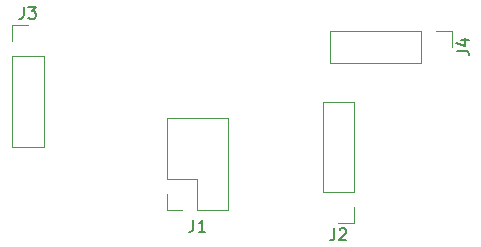
<source format=gbr>
G04 #@! TF.GenerationSoftware,KiCad,Pcbnew,(5.1.5)-3*
G04 #@! TF.CreationDate,2020-04-08T16:54:26+08:00*
G04 #@! TF.ProjectId,KaChi-Juu Macropad,4b614368-692d-44a7-9575-204d6163726f,rev?*
G04 #@! TF.SameCoordinates,Original*
G04 #@! TF.FileFunction,Legend,Top*
G04 #@! TF.FilePolarity,Positive*
%FSLAX46Y46*%
G04 Gerber Fmt 4.6, Leading zero omitted, Abs format (unit mm)*
G04 Created by KiCad (PCBNEW (5.1.5)-3) date 2020-04-08 16:54:26*
%MOMM*%
%LPD*%
G04 APERTURE LIST*
%ADD10C,0.120000*%
%ADD11C,0.150000*%
G04 APERTURE END LIST*
D10*
X103946000Y-20641000D02*
X103946000Y-21971000D01*
X102616000Y-20641000D02*
X103946000Y-20641000D01*
X101346000Y-20641000D02*
X101346000Y-23301000D01*
X101346000Y-23301000D02*
X93666000Y-23301000D01*
X101346000Y-20641000D02*
X93666000Y-20641000D01*
X93666000Y-20641000D02*
X93666000Y-23301000D01*
X66742000Y-20133000D02*
X68072000Y-20133000D01*
X66742000Y-21463000D02*
X66742000Y-20133000D01*
X66742000Y-22733000D02*
X69402000Y-22733000D01*
X69402000Y-22733000D02*
X69402000Y-30413000D01*
X66742000Y-22733000D02*
X66742000Y-30413000D01*
X66742000Y-30413000D02*
X69402000Y-30413000D01*
X95691000Y-36890000D02*
X94361000Y-36890000D01*
X95691000Y-35560000D02*
X95691000Y-36890000D01*
X95691000Y-34290000D02*
X93031000Y-34290000D01*
X93031000Y-34290000D02*
X93031000Y-26610000D01*
X95691000Y-34290000D02*
X95691000Y-26610000D01*
X95691000Y-26610000D02*
X93031000Y-26610000D01*
X81153000Y-35747000D02*
X79823000Y-35747000D01*
X79823000Y-35747000D02*
X79823000Y-34417000D01*
X82423000Y-35747000D02*
X82423000Y-33147000D01*
X82423000Y-33147000D02*
X79823000Y-33147000D01*
X79823000Y-33147000D02*
X79823000Y-28007000D01*
X85023000Y-28007000D02*
X79823000Y-28007000D01*
X85023000Y-35747000D02*
X85023000Y-28007000D01*
X85023000Y-35747000D02*
X82423000Y-35747000D01*
D11*
X104398380Y-22304333D02*
X105112666Y-22304333D01*
X105255523Y-22351952D01*
X105350761Y-22447190D01*
X105398380Y-22590047D01*
X105398380Y-22685285D01*
X104731714Y-21399571D02*
X105398380Y-21399571D01*
X104350761Y-21637666D02*
X105065047Y-21875761D01*
X105065047Y-21256714D01*
X67738666Y-18585380D02*
X67738666Y-19299666D01*
X67691047Y-19442523D01*
X67595809Y-19537761D01*
X67452952Y-19585380D01*
X67357714Y-19585380D01*
X68119619Y-18585380D02*
X68738666Y-18585380D01*
X68405333Y-18966333D01*
X68548190Y-18966333D01*
X68643428Y-19013952D01*
X68691047Y-19061571D01*
X68738666Y-19156809D01*
X68738666Y-19394904D01*
X68691047Y-19490142D01*
X68643428Y-19537761D01*
X68548190Y-19585380D01*
X68262476Y-19585380D01*
X68167238Y-19537761D01*
X68119619Y-19490142D01*
X94027666Y-37342380D02*
X94027666Y-38056666D01*
X93980047Y-38199523D01*
X93884809Y-38294761D01*
X93741952Y-38342380D01*
X93646714Y-38342380D01*
X94456238Y-37437619D02*
X94503857Y-37390000D01*
X94599095Y-37342380D01*
X94837190Y-37342380D01*
X94932428Y-37390000D01*
X94980047Y-37437619D01*
X95027666Y-37532857D01*
X95027666Y-37628095D01*
X94980047Y-37770952D01*
X94408619Y-38342380D01*
X95027666Y-38342380D01*
X82089666Y-36639380D02*
X82089666Y-37353666D01*
X82042047Y-37496523D01*
X81946809Y-37591761D01*
X81803952Y-37639380D01*
X81708714Y-37639380D01*
X83089666Y-37639380D02*
X82518238Y-37639380D01*
X82803952Y-37639380D02*
X82803952Y-36639380D01*
X82708714Y-36782238D01*
X82613476Y-36877476D01*
X82518238Y-36925095D01*
M02*

</source>
